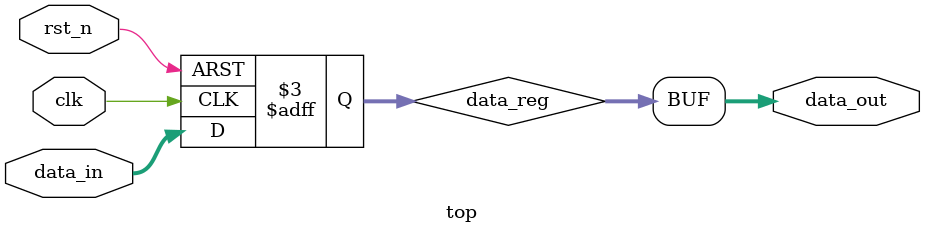
<source format=v>

module top (
    input clk,
    input rst_n,
    input [7:0] data_in,
    output [7:0] data_out
);

    reg [7:0] data_reg;
    
    always @(posedge clk or negedge rst_n) begin
        if (!rst_n)
            data_reg <= 8'h00;
        else
            data_reg <= data_in;
    end
    
    assign data_out = data_reg;

endmodule

</source>
